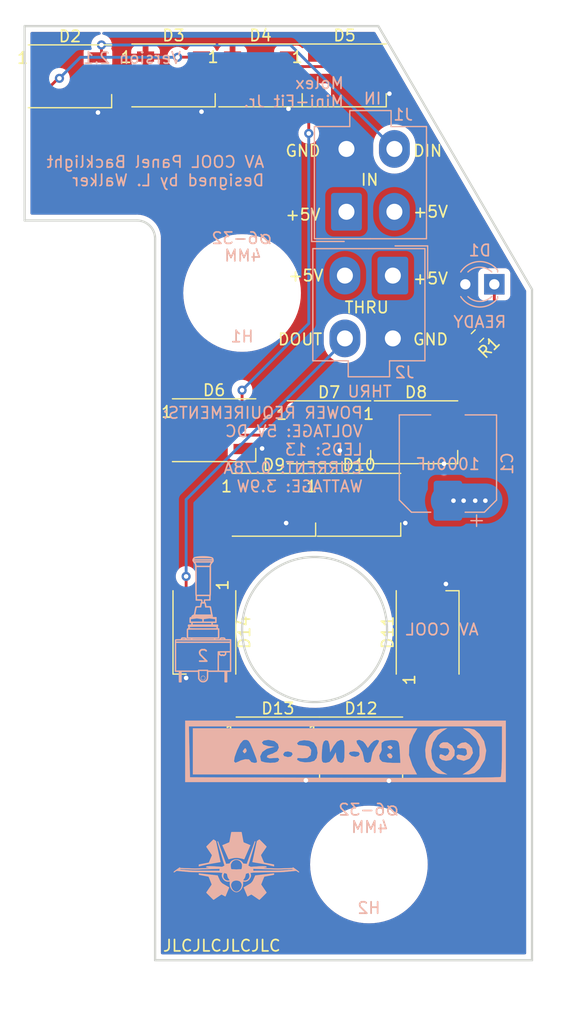
<source format=kicad_pcb>
(kicad_pcb (version 20211014) (generator pcbnew)
  (layers (0 "F.Cu" signal) (31 "B.Cu" signal) (34 "B.Paste" user) (35 "F.Paste" user) (36 "B.SilkS" user "B.Silkscreen") (37 "F.SilkS" user "F.Silkscreen") (38 "B.Mask" user) (39 "F.Mask" user) (44 "Edge.Cuts" user))
  (net 0 "")
  (net 1 "/LEDGND")
  (net 2 "/LED+5V")
  (net 3 "Net-(D1-Pad1)")
  (net 4 "/DATAIN")
  (net 5 "Net-(D10-Pad4)")
  (net 6 "/DATAOUT")
  (net 7 "Net-(D2-Pad2)")
  (net 8 "Net-(D3-Pad2)")
  (net 9 "Net-(D4-Pad2)")
  (net 10 "Net-(D5-Pad2)")
  (net 11 "Net-(D6-Pad2)")
  (net 12 "Net-(D7-Pad2)")
  (net 13 "Net-(D8-Pad2)")
  (net 14 "Net-(D10-Pad2)")
  (net 15 "Net-(D11-Pad2)")
  (net 16 "Net-(D12-Pad2)")
  (net 17 "Net-(D13-Pad2)")
  (footprint "OH_Footprints:R_0603_1608Metric" (layer "F.Cu") (at 248.460847 61.673153 -135)
    (fp_text reference "R1" (at 0 -1.43 -135) (layer "F.SilkS"))
    (fp_text value "R")
    (pad "1" smd roundrect (at -0.825 0 225) (size 0.8 0.95) (layers "F.Cu" "F.Paste" "F.Mask") (net 3 "Net-(D1-Pad1)"))
    (pad "2" smd roundrect (at 0.825 0 225) (size 0.8 0.95) (layers "F.Cu" "F.Paste" "F.Mask") (net 2 "/LED+5V"))
  )
  (footprint "OH_Footprints:LED_WS2812B_PLCC4_5.0x5.0mm_P3.2mm" (layer "F.Cu") (at 212.762 38.938)
    (fp_text reference "D2" (at 0 -3.5) (layer "F.SilkS"))
    (fp_text value "WS2812B")
    (fp_text user "1" (at -4.15 -1.6) (layer "F.SilkS"))
    (pad "1" smd rect (at -2.45 -1.65) (size 1.5 0.9) (layers "F.Cu" "F.Paste" "F.Mask") (net 2 "/LED+5V"))
    (pad "2" smd rect (at -2.45 1.65) (size 1.5 0.9) (layers "F.Cu" "F.Paste" "F.Mask") (net 7 "Net-(D2-Pad2)"))
    (pad "3" smd rect (at 2.45 1.65) (size 1.5 0.9) (layers "F.Cu" "F.Paste" "F.Mask") (net 1 "/LEDGND"))
    (pad "4" smd rect (at 2.45 -1.65) (size 1.5 0.9) (layers "F.Cu" "F.Paste" "F.Mask") (net 4 "/DATAIN"))
  )
  (footprint "OH_Footprints:LED_WS2812B_PLCC4_5.0x5.0mm_P3.2mm" (layer "F.Cu") (at 221.832 38.862)
    (fp_text reference "D3" (at 0 -3.5) (layer "F.SilkS"))
    (fp_text value "WS2812B")
    (fp_text user "1" (at -4.15 -1.6) (layer "F.SilkS"))
    (pad "1" smd rect (at -2.45 -1.65) (size 1.5 0.9) (layers "F.Cu" "F.Paste" "F.Mask") (net 2 "/LED+5V"))
    (pad "2" smd rect (at -2.45 1.65) (size 1.5 0.9) (layers "F.Cu" "F.Paste" "F.Mask") (net 8 "Net-(D3-Pad2)"))
    (pad "3" smd rect (at 2.45 1.65) (size 1.5 0.9) (layers "F.Cu" "F.Paste" "F.Mask") (net 1 "/LEDGND"))
    (pad "4" smd rect (at 2.45 -1.65) (size 1.5 0.9) (layers "F.Cu" "F.Paste" "F.Mask") (net 7 "Net-(D2-Pad2)"))
  )
  (footprint "OH_Footprints:LED_WS2812B_PLCC4_5.0x5.0mm_P3.2mm" (layer "F.Cu") (at 229.452 38.862)
    (fp_text reference "D4" (at 0 -3.5) (layer "F.SilkS"))
    (fp_text value "WS2812B")
    (fp_text user "1" (at -4.15 -1.6) (layer "F.SilkS"))
    (pad "1" smd rect (at -2.45 -1.65) (size 1.5 0.9) (layers "F.Cu" "F.Paste" "F.Mask") (net 2 "/LED+5V"))
    (pad "2" smd rect (at -2.45 1.65) (size 1.5 0.9) (layers "F.Cu" "F.Paste" "F.Mask") (net 9 "Net-(D4-Pad2)"))
    (pad "3" smd rect (at 2.45 1.65) (size 1.5 0.9) (layers "F.Cu" "F.Paste" "F.Mask") (net 1 "/LEDGND"))
    (pad "4" smd rect (at 2.45 -1.65) (size 1.5 0.9) (layers "F.Cu" "F.Paste" "F.Mask") (net 8 "Net-(D3-Pad2)"))
  )
  (footprint "OH_Footprints:LED_WS2812B_PLCC4_5.0x5.0mm_P3.2mm" (layer "F.Cu") (at 236.818 38.862)
    (fp_text reference "D5" (at 0 -3.5) (layer "F.SilkS"))
    (fp_text value "WS2812B")
    (fp_text user "1" (at -4.15 -1.6) (layer "F.SilkS"))
    (pad "1" smd rect (at -2.45 -1.65) (size 1.5 0.9) (layers "F.Cu" "F.Paste" "F.Mask") (net 2 "/LED+5V"))
    (pad "2" smd rect (at -2.45 1.65) (size 1.5 0.9) (layers "F.Cu" "F.Paste" "F.Mask") (net 10 "Net-(D5-Pad2)"))
    (pad "3" smd rect (at 2.45 1.65) (size 1.5 0.9) (layers "F.Cu" "F.Paste" "F.Mask") (net 1 "/LEDGND"))
    (pad "4" smd rect (at 2.45 -1.65) (size 1.5 0.9) (layers "F.Cu" "F.Paste" "F.Mask") (net 9 "Net-(D4-Pad2)"))
  )
  (footprint "OH_Footprints:LED_WS2812B_PLCC4_5.0x5.0mm_P3.2mm" (layer "F.Cu") (at 225.388 69.926)
    (fp_text reference "D6" (at 0 -3.5) (layer "F.SilkS"))
    (fp_text value "WS2812B")
    (fp_text user "1" (at -4.15 -1.6) (layer "F.SilkS"))
    (pad "1" smd rect (at -2.45 -1.65) (size 1.5 0.9) (layers "F.Cu" "F.Paste" "F.Mask") (net 2 "/LED+5V"))
    (pad "2" smd rect (at -2.45 1.65) (size 1.5 0.9) (layers "F.Cu" "F.Paste" "F.Mask") (net 11 "Net-(D6-Pad2)"))
    (pad "3" smd rect (at 2.45 1.65) (size 1.5 0.9) (layers "F.Cu" "F.Paste" "F.Mask") (net 1 "/LEDGND"))
    (pad "4" smd rect (at 2.45 -1.65) (size 1.5 0.9) (layers "F.Cu" "F.Paste" "F.Mask") (net 10 "Net-(D5-Pad2)"))
  )
  (footprint "OH_Footprints:LED_WS2812B_PLCC4_5.0x5.0mm_P3.2mm" (layer "F.Cu") (at 235.458 70.104)
    (fp_text reference "D7" (at 0 -3.5) (layer "F.SilkS"))
    (fp_text value "WS2812B")
    (fp_text user "1" (at -4.15 -1.6) (layer "F.SilkS"))
    (pad "1" smd rect (at -2.45 -1.65) (size 1.5 0.9) (layers "F.Cu" "F.Paste" "F.Mask") (net 2 "/LED+5V"))
    (pad "2" smd rect (at -2.45 1.65) (size 1.5 0.9) (layers "F.Cu" "F.Paste" "F.Mask") (net 12 "Net-(D7-Pad2)"))
    (pad "3" smd rect (at 2.45 1.65) (size 1.5 0.9) (layers "F.Cu" "F.Paste" "F.Mask") (net 1 "/LEDGND"))
    (pad "4" smd rect (at 2.45 -1.65) (size 1.5 0.9) (layers "F.Cu" "F.Paste" "F.Mask") (net 11 "Net-(D6-Pad2)"))
  )
  (footprint "OH_Footprints:LED_WS2812B_PLCC4_5.0x5.0mm_P3.2mm" (layer "F.Cu") (at 243.078 70.104)
    (fp_text reference "D8" (at 0 -3.5) (layer "F.SilkS"))
    (fp_text value "WS2812B")
    (fp_text user "1" (at -4.15 -1.6) (layer "F.SilkS"))
    (pad "1" smd rect (at -2.45 -1.65) (size 1.5 0.9) (layers "F.Cu" "F.Paste" "F.Mask") (net 2 "/LED+5V"))
    (pad "2" smd rect (at -2.45 1.65) (size 1.5 0.9) (layers "F.Cu" "F.Paste" "F.Mask") (net 13 "Net-(D8-Pad2)"))
    (pad "3" smd rect (at 2.45 1.65) (size 1.5 0.9) (layers "F.Cu" "F.Paste" "F.Mask") (net 1 "/LEDGND"))
    (pad "4" smd rect (at 2.45 -1.65) (size 1.5 0.9) (layers "F.Cu" "F.Paste" "F.Mask") (net 12 "Net-(D7-Pad2)"))
  )
  (footprint "OH_Footprints:LED_WS2812B_PLCC4_5.0x5.0mm_P3.2mm" (layer "F.Cu") (at 230.632 76.454)
    (fp_text reference "D9" (at 0 -3.5) (layer "F.SilkS"))
    (fp_text value "WS2812B")
    (fp_text user "1" (at -4.15 -1.6) (layer "F.SilkS"))
    (pad "1" smd rect (at -2.45 -1.65) (size 1.5 0.9) (layers "F.Cu" "F.Paste" "F.Mask") (net 2 "/LED+5V"))
    (pad "2" smd rect (at -2.45 1.65) (size 1.5 0.9) (layers "F.Cu" "F.Paste" "F.Mask") (net 5 "Net-(D10-Pad4)"))
    (pad "3" smd rect (at 2.45 1.65) (size 1.5 0.9) (layers "F.Cu" "F.Paste" "F.Mask") (net 1 "/LEDGND"))
    (pad "4" smd rect (at 2.45 -1.65) (size 1.5 0.9) (layers "F.Cu" "F.Paste" "F.Mask") (net 13 "Net-(D8-Pad2)"))
  )
  (footprint "OH_Footprints:LED_WS2812B_PLCC4_5.0x5.0mm_P3.2mm" (layer "F.Cu") (at 238.088 76.454)
    (fp_text reference "D10" (at 0 -3.5) (layer "F.SilkS"))
    (fp_text value "WS2812B")
    (fp_text user "1" (at -4.15 -1.6) (layer "F.SilkS"))
    (pad "1" smd rect (at -2.45 -1.65) (size 1.5 0.9) (layers "F.Cu" "F.Paste" "F.Mask") (net 2 "/LED+5V"))
    (pad "2" smd rect (at -2.45 1.65) (size 1.5 0.9) (layers "F.Cu" "F.Paste" "F.Mask") (net 14 "Net-(D10-Pad2)"))
    (pad "3" smd rect (at 2.45 1.65) (size 1.5 0.9) (layers "F.Cu" "F.Paste" "F.Mask") (net 1 "/LEDGND"))
    (pad "4" smd rect (at 2.45 -1.65) (size 1.5 0.9) (layers "F.Cu" "F.Paste" "F.Mask") (net 5 "Net-(D10-Pad4)"))
  )
  (footprint "OH_Footprints:LED_WS2812B_PLCC4_5.0x5.0mm_P3.2mm" (layer "F.Cu") (at 244.094 87.63 90)
    (fp_text reference "D11" (at 0 -3.5 90) (layer "F.SilkS"))
    (fp_text value "WS2812B")
    (fp_text user "1" (at -4.15 -1.6 90) (layer "F.SilkS"))
    (pad "1" smd rect (at -2.45 -1.65 90) (size 1.5 0.9) (layers "F.Cu" "F.Paste" "F.Mask") (net 2 "/LED+5V"))
    (pad "2" smd rect (at -2.45 1.65 90) (size 1.5 0.9) (layers "F.Cu" "F.Paste" "F.Mask") (net 15 "Net-(D11-Pad2)"))
    (pad "3" smd rect (at 2.45 1.65 90) (size 1.5 0.9) (layers "F.Cu" "F.Paste" "F.Mask") (net 1 "/LEDGND"))
    (pad "4" smd rect (at 2.45 -1.65 90) (size 1.5 0.9) (layers "F.Cu" "F.Paste" "F.Mask") (net 14 "Net-(D10-Pad2)"))
  )
  (footprint "OH_Footprints:LED_WS2812B_PLCC4_5.0x5.0mm_P3.2mm" (layer "F.Cu") (at 238.252 97.79)
    (fp_text reference "D12" (at 0 -3.5) (layer "F.SilkS"))
    (fp_text value "WS2812B")
    (fp_text user "1" (at -4.15 -1.6) (layer "F.SilkS"))
    (pad "1" smd rect (at -2.45 -1.65) (size 1.5 0.9) (layers "F.Cu" "F.Paste" "F.Mask") (net 2 "/LED+5V"))
    (pad "2" smd rect (at -2.45 1.65) (size 1.5 0.9) (layers "F.Cu" "F.Paste" "F.Mask") (net 16 "Net-(D12-Pad2)"))
    (pad "3" smd rect (at 2.45 1.65) (size 1.5 0.9) (layers "F.Cu" "F.Paste" "F.Mask") (net 1 "/LEDGND"))
    (pad "4" smd rect (at 2.45 -1.65) (size 1.5 0.9) (layers "F.Cu" "F.Paste" "F.Mask") (net 15 "Net-(D11-Pad2)"))
  )
  (footprint "OH_Footprints:LED_WS2812B_PLCC4_5.0x5.0mm_P3.2mm" (layer "F.Cu") (at 230.976 97.79)
    (fp_text reference "D13" (at 0 -3.5) (layer "F.SilkS"))
    (fp_text value "WS2812B")
    (fp_text user "1" (at -4.15 -1.6) (layer "F.SilkS"))
    (pad "1" smd rect (at -2.45 -1.65) (size 1.5 0.9) (layers "F.Cu" "F.Paste" "F.Mask") (net 2 "/LED+5V"))
    (pad "2" smd rect (at -2.45 1.65) (size 1.5 0.9) (layers "F.Cu" "F.Paste" "F.Mask") (net 17 "Net-(D13-Pad2)"))
    (pad "3" smd rect (at 2.45 1.65) (size 1.5 0.9) (layers "F.Cu" "F.Paste" "F.Mask") (net 1 "/LEDGND"))
    (pad "4" smd rect (at 2.45 -1.65) (size 1.5 0.9) (layers "F.Cu" "F.Paste" "F.Mask") (net 16 "Net-(D12-Pad2)"))
  )
  (footprint "OH_Footprints:LED_WS2812B_PLCC4_5.0x5.0mm_P3.2mm" (layer "F.Cu") (at 224.536 87.63 -90)
    (fp_text reference "D14" (at 0 -3.5 -90) (layer "F.SilkS"))
    (fp_text value "WS2812B")
    (fp_text user "1" (at -4.15 -1.6 -90) (layer "F.SilkS"))
    (pad "1" smd rect (at -2.45 -1.65 270) (size 1.5 0.9) (layers "F.Cu" "F.Paste" "F.Mask") (net 2 "/LED+5V"))
    (pad "2" smd rect (at -2.45 1.65 270) (size 1.5 0.9) (layers "F.Cu" "F.Paste" "F.Mask") (net 6 "/DATAOUT"))
    (pad "3" smd rect (at 2.45 1.65 270) (size 1.5 0.9) (layers "F.Cu" "F.Paste" "F.Mask") (net 1 "/LEDGND"))
    (pad "4" smd rect (at 2.45 -1.65 270) (size 1.5 0.9) (layers "F.Cu" "F.Paste" "F.Mask") (net 17 "Net-(D13-Pad2)"))
  )
  (footprint "OH_Backlighting:OH_Panel_6-32_PHS" (layer "F.Cu") (at 227.838 57.912)
    (fp_text reference "REF**" hide)
    (fp_text value "OH_Panel_Fastner_Keepout" hide)
    (fp_text user "⌀6-32" (at 0 -4.8) (layer "B.SilkS") (effects (justify mirror)))
    (fp_text user "4MM" (at 0.075 -3.275 180) (layer "B.SilkS") (effects (justify mirror)))
    (fp_text user "H1" (at 0 3.81) (layer "B.SilkS") (effects (justify mirror)))
    (pad "" np_thru_hole circle locked (at 0 0) (size 4.3 4.3) (drill 4.3) (layers *.Cu *.Mask) (clearance 3))
  )
  (footprint "OH_Backlighting:OH_Panel_6-32_PHS" (layer "F.Cu") (at 238.950519 107.95001)
    (fp_text reference "REF**" hide)
    (fp_text value "OH_Panel_Fastner_Keepout" hide)
    (fp_text user "H2" (at 0 3.81) (layer "B.SilkS") (effects (justify mirror)))
    (fp_text user "4MM" (at 0.075 -3.275 180) (layer "B.SilkS") (effects (justify mirror)))
    (fp_text user "⌀6-32" (at 0 -4.8) (layer "B.SilkS") (effects (justify mirror)))
    (pad "" np_thru_hole circle locked (at 0 0) (size 4.3 4.3) (drill 4.3) (layers *.Cu *.Mask) (clearance 3))
  )
  (footprint "OH_Backlighting:S2AL_Toggle_Silkscreen" (layer "F.Cu") (at 224.282 86.614)
    (fp_text reference "G***" hide)
    (fp_text value "S2AL Toggle" hide)
    (fp_text user "2" (at 0.125 3.075) (layer "B.SilkS") (effects (justify mirror)))
  )
  (footprint "OH_Footprints:CP_Elec_8x10" (layer "B.Cu") (at 245.872 72.846 90)
    (fp_text reference "C1" (at 0 5.2 270) (layer "B.SilkS") (effects (justify mirror)))
    (fp_text value "C_Polarized")
    (pad "1" smd roundrect (at -3.25 0 90) (size 3.5 2.5) (layers "B.Cu" "B.Paste" "B.Mask") (roundrect_rratio 0.1) (net 2 "/LED+5V"))
    (pad "2" smd roundrect (at 3.25 0 90) (size 3.5 2.5) (layers "B.Cu" "B.Paste" "B.Mask") (roundrect_rratio 0.1) (net 1 "/LEDGND"))
  )
  (footprint "OH_Footprints:LED_D3.0mm" (layer "B.Cu") (at 249.936 57.15 180)
    (fp_text reference "D1" (at 1.27 2.96) (layer "B.SilkS") (effects (justify mirror)))
    (fp_text value "LED")
    (pad "1" thru_hole rect (at 0 0 180) (size 1.8 1.8) (drill 0.9) (layers *.Cu *.Mask) (net 3 "Net-(D1-Pad1)"))
    (pad "2" thru_hole circle (at 2.54 0 180) (size 1.8 1.8) (drill 0.9) (layers *.Cu *.Mask) (net 1 "/LEDGND"))
  )
  (footprint "OH_Footprints:Molex_Mini-Fit_Jr_5566-04A_2x02_P4.20mm_Vertical" (layer "B.Cu") (at 236.982 50.8)
    (fp_text reference "J1" (at 4.967334 -8.500209 180) (layer "B.SilkS") (effects (justify mirror)))
    (fp_text value "Conn_01x04_Female")
    (pad "1" thru_hole roundrect (at 0 0) (size 2.7 3.3) (drill 1.4) (layers *.Cu *.Mask) (roundrect_rratio 0.09259296296) (net 2 "/LED+5V"))
    (pad "2" thru_hole oval (at 4.2 0) (size 2.7 3.3) (drill 1.4) (layers *.Cu *.Mask) (net 2 "/LED+5V"))
    (pad "3" thru_hole oval (at 0 -5.5) (size 2.7 3.3) (drill 1.4) (layers *.Cu *.Mask) (net 1 "/LEDGND"))
    (pad "4" thru_hole oval (at 4.2 -5.5) (size 2.7 3.3) (drill 1.4) (layers *.Cu *.Mask) (net 4 "/DATAIN"))
  )
  (footprint "OH_Footprints:Molex_Mini-Fit_Jr_5566-04A_2x02_P4.20mm_Vertical" (layer "B.Cu") (at 241.046 56.388 180)
    (fp_text reference "J2" (at -1.025605 -8.477685) (layer "B.SilkS") (effects (justify mirror)))
    (fp_text value "Conn_01x04_Female")
    (pad "1" thru_hole roundrect (at 0 0 180) (size 2.7 3.3) (drill 1.4) (layers *.Cu *.Mask) (roundrect_rratio 0.09259296296) (net 2 "/LED+5V"))
    (pad "2" thru_hole oval (at 4.2 0 180) (size 2.7 3.3) (drill 1.4) (layers *.Cu *.Mask) (net 2 "/LED+5V"))
    (pad "3" thru_hole oval (at 0 -5.5 180) (size 2.7 3.3) (drill 1.4) (layers *.Cu *.Mask) (net 1 "/LEDGND"))
    (pad "4" thru_hole oval (at 4.2 -5.5 180) (size 2.7 3.3) (drill 1.4) (layers *.Cu *.Mask) (net 6 "/DATAOUT"))
  )
  (footprint "OH_General:CC-BY-NC-SA-Small" (layer "B.Cu") (at 236.982 98.044 180)
    (fp_text reference "G***" hide)
    (fp_text value "LOGO" hide)
  )
  (footprint "OH_General:OH_LOGO_ONLY_11x6mm" (layer "B.Cu") (at 227.33 108.204 180)
    (fp_text reference "G***" hide)
    (fp_text value "OH_LOGO_ONLY_11x6mm" hide)
  )
  (gr_line (start 253.237954 57.594524) (end 239.776 34.544) (layer "Edge.Cuts") (width 0.2))
  (gr_line (start 253.237954 116.332041) (end 253.237954 57.594524) (layer "Edge.Cuts") (width 0.2))
  (gr_line (start 220.218019 53.14951) (end 220.217935 116.332041) (layer "Edge.Cuts") (width 0.2))
  (gr_line (start 239.776 34.544) (end 208.788 34.544) (layer "Edge.Cuts") (width 0.2))
  (gr_line (start 220.217889 116.332041) (end 253.237954 116.332041) (layer "Edge.Cuts") (width 0.2))
  (gr_arc (start 218.630519 51.56201) (mid 219.753051 52.026978) (end 220.218019 53.14951) (layer "Edge.Cuts") (width 0.2))
  (gr_line (start 208.78791 51.562057) (end 218.630544 51.562057) (layer "Edge.Cuts") (width 0.2))
  (gr_circle (center 234.188019 87.37601) (end 240.538019 87.37601) (layer "Edge.Cuts") (width 0.2) (fill none))
  (gr_line (start 208.788 34.544) (end 208.78791 51.562057) (layer "Edge.Cuts") (width 0.2))
  (gr_text "Version 2.1" (at 218.186 37.338) (layer "B.SilkS") (effects (font (size 1 1)) (justify mirror)))
  (gr_text "1000uF" (at 245.872 72.898) (layer "B.SilkS") (effects (font (size 1 1)) (justify mirror)))
  (gr_text "POWER REQUIREMENTS:\nVOLTAGE: 5V DC\nLEDS: 13\nCURRENT: 0.78A\nWATTAGE: 3.9W" (at 238.506 71.628) (layer "B.SilkS") (effects (font (size 1 1)) (justify left mirror)))
  (gr_text "IN" (at 239.268 40.894) (layer "B.SilkS") (effects (font (size 1 1)) (justify mirror)))
  (gr_text "THRU" (at 239.014 66.548) (layer "B.SilkS") (effects (font (size 1 1)) (justify mirror)))
  (gr_text "AV COOL" (at 245.364 87.376) (layer "B.SilkS") (effects (font (size 1 1)) (justify mirror)))
  (gr_text "AV COOL Panel Backlight\nDesigned by L. Walker" (at 229.87 47.244) (layer "B.SilkS") (effects (font (size 1 1)) (justify left mirror)))
  (gr_text "Molex\nMini-Fit Jr." (at 236.840094 40.344573) (layer "B.SilkS") (effects (font (size 1 1)) (justify left mirror)))
  (gr_text "READY\n" (at 248.666 60.452) (layer "B.SilkS") (effects (font (size 1 1)) (justify mirror)))
  (gr_text "DOUT" (at 232.918 61.976) (layer "F.SilkS") (effects (font (size 1 1))))
  (gr_text "+5V" (at 233.172 51.054) (layer "F.SilkS") (effects (font (size 1 1))))
  (gr_text "GND" (at 233.172 45.466) (layer "F.SilkS") (effects (font (size 1 1))))
  (gr_text "THRU" (at 238.76 59.182) (layer "F.SilkS") (effects (font (size 1 1))))
  (gr_text "IN" (at 239.014 48.006) (layer "F.SilkS") (effects (font (size 1 1))))
  (gr_text "DIN" (at 244.094 45.466) (layer "F.SilkS") (effects (font (size 1 1))))
  (gr_text "+5V" (at 244.348 56.642) (layer "F.SilkS") (effects (font (size 1 1))))
  (gr_text "+5V" (at 233.426 56.388) (layer "F.SilkS") (effects (font (size 1 1))))
  (gr_text "GND" (at 244.348 61.976) (layer "F.SilkS") (effects (font (size 1 1))))
  (gr_text "+5V" (at 244.348 50.8) (layer "F.SilkS") (effects (font (size 1 1))))
  (gr_text "JLCJLCJLCJLC" (at 226.06 115.062) (layer "F.SilkS") (effects (font (size 1 1))))
  (segment (start 224.282 40.462) (end 224.282 42.037) (width 1) (layer "F.Cu") (net 1))
  (segment (start 231.902 40.462) (end 231.902 41.783) (width 1) (layer "F.Cu") (net 1))
  (segment (start 227.838 71.526) (end 229.591 71.526) (width 1) (layer "F.Cu") (net 1))
  (segment (start 233.426 99.39) (end 233.426 100.584) (width 1) (layer "F.Cu") (net 1))
  (segment (start 239.268 40.462) (end 240.741 40.462) (width 1) (layer "F.Cu") (net 1))
  (segment (start 245.694 85.18) (end 245.694 83.388) (width 1) (layer "F.Cu") (net 1))
  (segment (start 237.908 71.704) (end 236.398 71.704) (width 1) (layer "F.Cu") (net 1))
  (segment (start 233.082 78.054) (end 231.699 78.054) (width 1) (layer "F.Cu") (net 1))
  (segment (start 245.528 71.704) (end 245.528 72.861) (width 1) (layer "F.Cu") (net 1))
  (segment (start 240.702 99.39) (end 240.702 100.621) (width 1) (layer "F.Cu") (net 1))
  (segment (start 215.212 40.538) (end 215.212 42.111) (width 1) (layer "F.Cu") (net 1))
  (segment (start 240.538 78.054) (end 242.138 78.054) (width 1) (layer "F.Cu") (net 1))
  (segment (start 222.936 90.08) (end 222.936 91.618) (width 1) (layer "F.Cu") (net 1))
  (via (at 224.282 42.037) (size 1) (drill 0.4) (layers "F.Cu" "B.Cu") (net 1))
  (via (at 240.702 100.621) (size 1) (drill 0.4) (layers "F.Cu" "B.Cu") (net 1))
  (via (at 236.398 71.704) (size 1) (drill 0.4) (layers "F.Cu" "B.Cu") (net 1))
  (via (at 215.212 42.111) (size 1) (drill 0.4) (layers "F.Cu" "B.Cu") (net 1))
  (via (at 231.902 41.783) (size 1) (drill 0.4) (layers "F.Cu" "B.Cu") (net 1))
  (via (at 242.138 78.054) (size 1) (drill 0.4) (layers "F.Cu" "B.Cu") (net 1))
  (via (at 231.699 78.054) (size 1) (drill 0.4) (layers "F.Cu" "B.Cu") (net 1))
  (via (at 240.741 40.462) (size 1) (drill 0.4) (layers "F.Cu" "B.Cu") (net 1))
  (via (at 222.936 91.618) (size 1) (drill 0.4) (layers "F.Cu" "B.Cu") (net 1))
  (via (at 245.694 83.388) (size 1) (drill 0.4) (layers "F.Cu" "B.Cu") (net 1))
  (via (at 233.426 100.584) (size 1) (drill 0.4) (layers "F.Cu" "B.Cu") (net 1))
  (via (at 229.591 71.526) (size 1) (drill 0.4) (layers "F.Cu" "B.Cu") (net 1))
  (via (at 245.528 72.861) (size 1) (drill 0.4) (layers "F.Cu" "B.Cu") (net 1))
  (via (at 248.262 76.096) (size 1) (drill 0.4) (layers "F.Cu" "B.Cu") (net 2))
  (via (at 249.151 76.096) (size 1) (drill 0.4) (layers "F.Cu" "B.Cu") (net 2))
  (via (at 247.246 76.096) (size 1) (drill 0.4) (layers "F.Cu" "B.Cu") (net 2))
  (via (at 246.357 76.096) (size 1) (drill 0.4) (layers "F.Cu" "B.Cu") (net 2))
  (segment (start 249.151 76.096) (end 249.151 76.096) (width 3) (layer "B.Cu") (net 2))
  (segment (start 248.262 76.096) (end 249.151 76.096) (width 3) (layer "B.Cu") (net 2))
  (segment (start 247.246 76.096) (end 248.262 76.096) (width 3) (layer "B.Cu") (net 2))
  (segment (start 246.357 76.096) (end 247.246 76.096) (width 3) (layer "B.Cu") (net 2))
  (segment (start 245.872 76.096) (end 246.357 76.096) (width 3) (layer "B.Cu") (net 2))
  (segment (start 249.936 57.15) (end 249.936 60.198) (width 0.25) (layer "F.Cu") (net 3))
  (segment (start 249.936 60.198) (end 249.017694 61.116306) (width 0.25) (layer "F.Cu") (net 3))
  (segment (start 215.519 36.195) (end 215.519 37.031) (width 0.25) (layer "F.Cu") (net 4))
  (segment (start 215.519 37.031) (end 215.212 37.338) (width 0.25) (layer "F.Cu") (net 4))
  (via (at 215.519 36.195) (size 0.8) (drill 0.4) (layers "F.Cu" "B.Cu") (net 4))
  (segment (start 232.077 36.195) (end 215.519 36.195) (width 0.25) (layer "B.Cu") (net 4))
  (segment (start 241.182 45.3) (end 232.077 36.195) (width 0.25) (layer "B.Cu") (net 4))
  (segment (start 239.712999 75.679001) (end 240.538 74.854) (width 0.25) (layer "F.Cu") (net 5))
  (segment (start 228.182 78.054) (end 228.182 77.304) (width 0.25) (layer "F.Cu") (net 5))
  (segment (start 229.806999 75.679001) (end 239.712999 75.679001) (width 0.25) (layer "F.Cu") (net 5))
  (segment (start 228.182 77.304) (end 229.806999 75.679001) (width 0.25) (layer "F.Cu") (net 5))
  (segment (start 222.936 85.18) (end 222.936 82.728) (width 0.25) (layer "F.Cu") (net 6))
  (via (at 222.936 82.728) (size 0.8) (drill 0.4) (layers "F.Cu" "B.Cu") (net 6))
  (segment (start 236.846 61.888) (end 236.846 62.087) (width 0.25) (layer "B.Cu") (net 6))
  (segment (start 236.846 62.087) (end 222.936 75.997) (width 0.25) (layer "B.Cu") (net 6))
  (segment (start 222.936 75.997) (end 222.936 82.728) (width 0.25) (layer "B.Cu") (net 6))
  (segment (start 211.836 39.116) (end 211.734 39.116) (width 0.25) (layer "F.Cu") (net 7))
  (segment (start 211.734 39.116) (end 210.312 40.538) (width 0.25) (layer "F.Cu") (net 7))
  (segment (start 224.282 37.262) (end 222.199 37.262) (width 0.25) (layer "F.Cu") (net 7))
  (segment (start 222.199 37.262) (end 222.1865 37.2745) (width 0.25) (layer "F.Cu") (net 7))
  (via (at 222.1865 37.2745) (size 0.8) (drill 0.4) (layers "F.Cu" "B.Cu") (net 7))
  (via (at 211.836 39.116) (size 0.8) (drill 0.4) (layers "F.Cu" "B.Cu") (net 7))
  (segment (start 222.1865 37.2745) (end 213.6775 37.2745) (width 0.25) (layer "B.Cu") (net 7))
  (segment (start 213.6775 37.2745) (end 211.836 39.116) (width 0.25) (layer "B.Cu") (net 7))
  (segment (start 219.382 40.462) (end 220.474 39.37) (width 0.25) (layer "F.Cu") (net 8))
  (segment (start 220.474 39.37) (end 229.794 39.37) (width 0.25) (layer "F.Cu") (net 8))
  (segment (start 229.794 39.37) (end 231.902 37.262) (width 0.25) (layer "F.Cu") (net 8))
  (segment (start 231.713409 38.087001) (end 238.442999 38.087001) (width 0.25) (layer "F.Cu") (net 9))
  (segment (start 229.33841 40.462) (end 231.713409 38.087001) (width 0.25) (layer "F.Cu") (net 9))
  (segment (start 227.002 40.462) (end 229.33841 40.462) (width 0.25) (layer "F.Cu") (net 9))
  (segment (start 238.442999 38.087001) (end 239.268 37.262) (width 0.25) (layer "F.Cu") (net 9))
  (segment (start 227.838 68.326) (end 227.838 67.818) (width 0.25) (layer "F.Cu") (net 10))
  (segment (start 233.68 41.15) (end 234.368 40.462) (width 0.25) (layer "F.Cu") (net 10))
  (segment (start 227.838 68.326) (end 227.838 66.421) (width 0.25) (layer "F.Cu") (net 10))
  (segment (start 233.68 43.942) (end 233.68 41.15) (width 0.25) (layer "F.Cu") (net 10))
  (via (at 233.68 43.942) (size 0.8) (drill 0.4) (layers "F.Cu" "B.Cu") (net 10))
  (via (at 227.838 66.421) (size 0.8) (drill 0.4) (layers "F.Cu" "B.Cu") (net 10))
  (segment (start 233.68 43.942) (end 233.68 43.942) (width 0.25) (layer "B.Cu") (net 10))
  (segment (start 233.68 60.579) (end 233.68 43.942) (width 0.25) (layer "B.Cu") (net 10))
  (segment (start 227.838 66.421) (end 233.68 60.579) (width 0.25) (layer "B.Cu") (net 10))
  (segment (start 236.054 70.358) (end 237.908 68.504) (width 0.25) (layer "F.Cu") (net 11))
  (segment (start 225.806 70.358) (end 236.054 70.358) (width 0.25) (layer "F.Cu") (net 11))
  (segment (start 222.938 71.526) (end 224.638 71.526) (width 0.25) (layer "F.Cu") (net 11))
  (segment (start 224.638 71.526) (end 225.806 70.358) (width 0.25) (layer "F.Cu") (net 11))
  (segment (start 233.90399 70.80801) (end 243.22399 70.80801) (width 0.25) (layer "F.Cu") (net 12))
  (segment (start 243.22399 70.80801) (end 245.528 68.504) (width 0.25) (layer "F.Cu") (net 12))
  (segment (start 233.008 71.704) (end 233.90399 70.80801) (width 0.25) (layer "F.Cu") (net 12))
  (segment (start 239.80299 72.52901) (end 235.40699 72.52901) (width 0.25) (layer "F.Cu") (net 13))
  (segment (start 240.628 71.704) (end 239.80299 72.52901) (width 0.25) (layer "F.Cu") (net 13))
  (segment (start 235.40699 72.52901) (end 233.082 74.854) (width 0.25) (layer "F.Cu") (net 13))
  (segment (start 236.46301 77.22899) (end 242.47973 77.22899) (width 0.25) (layer "F.Cu") (net 14))
  (segment (start 235.638 78.054) (end 236.46301 77.22899) (width 0.25) (layer "F.Cu") (net 14))
  (segment (start 242.96301 77.71227) (end 242.96301 84.71099) (width 0.25) (layer "F.Cu") (net 14))
  (segment (start 242.47973 77.22899) (end 242.96301 77.71227) (width 0.25) (layer "F.Cu") (net 14))
  (segment (start 242.96301 84.71099) (end 242.494 85.18) (width 0.25) (layer "F.Cu") (net 14))
  (segment (start 245.694 91.198) (end 240.702 96.19) (width 0.25) (layer "F.Cu") (net 15))
  (segment (start 245.694 90.08) (end 245.694 91.198) (width 0.25) (layer "F.Cu") (net 15))
  (segment (start 235.802 99.39) (end 235.802 98.566) (width 0.25) (layer "F.Cu") (net 16))
  (segment (start 235.802 98.566) (end 233.426 96.19) (width 0.25) (layer "F.Cu") (net 16))
  (segment (start 228.526 99.39) (end 227.001 97.865) (width 0.25) (layer "F.Cu") (net 17))
  (segment (start 226.136 97) (end 227.001 97.865) (width 0.25) (layer "F.Cu") (net 17))
  (segment (start 226.136 90.08) (end 226.136 97) (width 0.25) (layer "F.Cu") (net 17))
  (zone (net 2) (net_name "/LED+5V") (layer "F.Cu") (connect_pads (clearance 0.508)) (min_thickness 0.254) (fill yes (thermal_gap 0.508) (thermal_bridge_width 0.508))
    (polygon (pts (xy 255.143 121.92) (xy 206.629 121.412) (xy 206.756 33.274) (xy 255.778 32.258)))
  )
  (zone (net 2) (net_name "/LED+5V") (layer "F.Cu") (connect_pads yes (clearance 0.508)) (min_thickness 0.254) (fill yes (thermal_gap 0.508) (thermal_bridge_width 0.508))
    (polygon (pts (xy 244.094 59.182) (xy 234.696 59.182) (xy 234.696 48.26) (xy 244.094 48.26)))
  )
  (zone (net 1) (net_name "/LEDGND") (layer "B.Cu") (connect_pads yes (clearance 0.508)) (min_thickness 0.254) (fill yes (thermal_gap 0.508) (thermal_bridge_width 0.508))
    (polygon (pts (xy 254.508 120.65) (xy 208.026 120.142) (xy 207.772 33.782) (xy 254.508 33.02)))
  )
)
</source>
